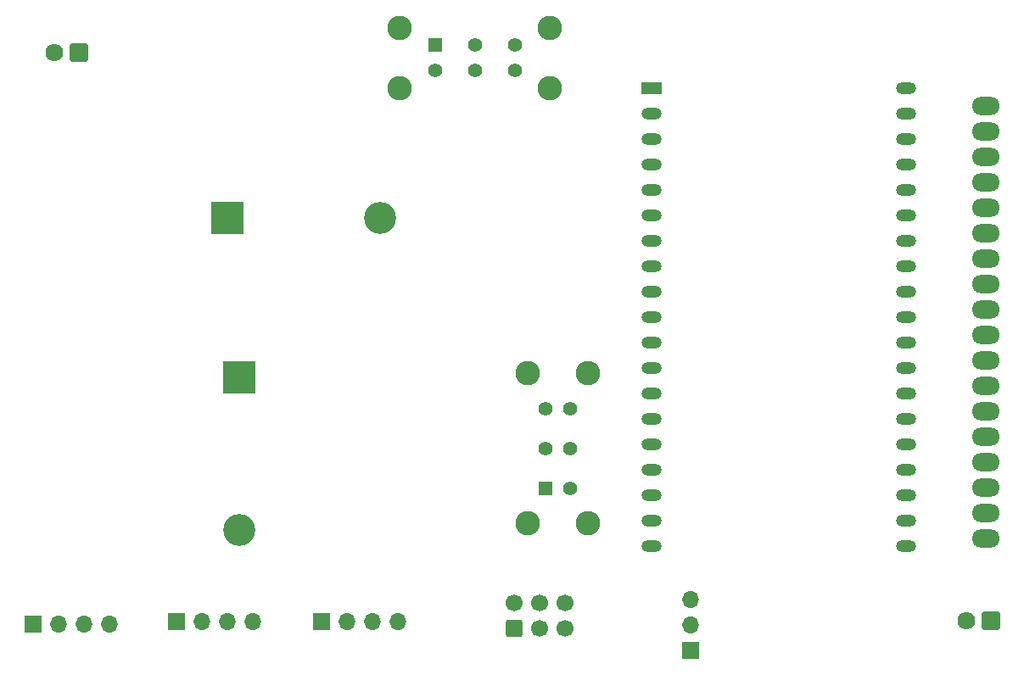
<source format=gbr>
%TF.GenerationSoftware,KiCad,Pcbnew,8.0.8*%
%TF.CreationDate,2025-02-10T18:39:17-05:00*%
%TF.ProjectId,draft,64726166-742e-46b6-9963-61645f706362,rev?*%
%TF.SameCoordinates,Original*%
%TF.FileFunction,Soldermask,Bot*%
%TF.FilePolarity,Negative*%
%FSLAX46Y46*%
G04 Gerber Fmt 4.6, Leading zero omitted, Abs format (unit mm)*
G04 Created by KiCad (PCBNEW 8.0.8) date 2025-02-10 18:39:17*
%MOMM*%
%LPD*%
G01*
G04 APERTURE LIST*
G04 Aperture macros list*
%AMRoundRect*
0 Rectangle with rounded corners*
0 $1 Rounding radius*
0 $2 $3 $4 $5 $6 $7 $8 $9 X,Y pos of 4 corners*
0 Add a 4 corners polygon primitive as box body*
4,1,4,$2,$3,$4,$5,$6,$7,$8,$9,$2,$3,0*
0 Add four circle primitives for the rounded corners*
1,1,$1+$1,$2,$3*
1,1,$1+$1,$4,$5*
1,1,$1+$1,$6,$7*
1,1,$1+$1,$8,$9*
0 Add four rect primitives between the rounded corners*
20,1,$1+$1,$2,$3,$4,$5,0*
20,1,$1+$1,$4,$5,$6,$7,0*
20,1,$1+$1,$6,$7,$8,$9,0*
20,1,$1+$1,$8,$9,$2,$3,0*%
G04 Aperture macros list end*
%ADD10R,1.700000X1.700000*%
%ADD11O,1.700000X1.700000*%
%ADD12O,2.800000X1.800000*%
%ADD13RoundRect,0.102000X-0.604000X-0.604000X0.604000X-0.604000X0.604000X0.604000X-0.604000X0.604000X0*%
%ADD14C,1.412000*%
%ADD15C,2.454000*%
%ADD16RoundRect,0.250000X0.600000X-0.600000X0.600000X0.600000X-0.600000X0.600000X-0.600000X-0.600000X0*%
%ADD17C,1.700000*%
%ADD18RoundRect,0.102000X-0.787500X-0.787500X0.787500X-0.787500X0.787500X0.787500X-0.787500X0.787500X0*%
%ADD19C,1.779000*%
%ADD20R,3.200000X3.200000*%
%ADD21O,3.200000X3.200000*%
%ADD22RoundRect,0.102000X0.604000X-0.604000X0.604000X0.604000X-0.604000X0.604000X-0.604000X-0.604000X0*%
%ADD23R,2.000000X1.200000*%
%ADD24O,2.000000X1.200000*%
G04 APERTURE END LIST*
D10*
%TO.C,J4*%
X124700000Y-111250700D03*
D11*
X127240000Y-111250700D03*
X129780000Y-111250700D03*
X132320000Y-111250700D03*
%TD*%
D12*
%TO.C,U4*%
X205500000Y-102980000D03*
X205500000Y-100440000D03*
X205500000Y-97900000D03*
X205500000Y-95360000D03*
X205500000Y-92820000D03*
X205500000Y-90280000D03*
X205500000Y-87740000D03*
X205500000Y-85200000D03*
X205500000Y-82660000D03*
X205500000Y-80120000D03*
X205500000Y-77580000D03*
X205500000Y-75040000D03*
X205500000Y-72500000D03*
X205500000Y-69960000D03*
X205500000Y-67420000D03*
X205500000Y-64880000D03*
X205500000Y-62340000D03*
X205500000Y-59800000D03*
%TD*%
D13*
%TO.C,S3*%
X150500000Y-53750000D03*
D14*
X154500000Y-53750000D03*
X158500000Y-53750000D03*
X150500000Y-56250000D03*
X154500000Y-56250000D03*
X158500000Y-56250000D03*
D15*
X147000000Y-52000000D03*
X162000000Y-52000000D03*
X162000000Y-58000000D03*
X147000000Y-58000000D03*
%TD*%
D16*
%TO.C,J7*%
X158420000Y-112000000D03*
D17*
X158420000Y-109460000D03*
X160960000Y-112000000D03*
X160960000Y-109460000D03*
X163500000Y-112000000D03*
X163500000Y-109460000D03*
%TD*%
D18*
%TO.C,J1*%
X115000000Y-54500000D03*
D19*
X112500000Y-54500000D03*
%TD*%
D10*
%TO.C,J3*%
X110380000Y-111500000D03*
D11*
X112920000Y-111500000D03*
X115460000Y-111500000D03*
X118000000Y-111500000D03*
%TD*%
D10*
%TO.C,J5*%
X139200000Y-111250700D03*
D11*
X141740000Y-111250700D03*
X144280000Y-111250700D03*
X146820000Y-111250700D03*
%TD*%
D18*
%TO.C,J8*%
X206000000Y-111160000D03*
D19*
X203500000Y-111160000D03*
%TD*%
D20*
%TO.C,D1*%
X129760000Y-71000000D03*
D21*
X145000000Y-71000000D03*
%TD*%
D22*
%TO.C,S2*%
X161500000Y-98000000D03*
D14*
X161500000Y-94000000D03*
X161500000Y-90000000D03*
X164000000Y-98000000D03*
X164000000Y-94000000D03*
X164000000Y-90000000D03*
D15*
X159750000Y-101500000D03*
X159750000Y-86500000D03*
X165750000Y-86500000D03*
X165750000Y-101500000D03*
%TD*%
D23*
%TO.C,U1*%
X172100000Y-58060000D03*
D24*
X172100000Y-60600000D03*
X172100000Y-63140000D03*
X172100000Y-65680000D03*
X172100000Y-68220000D03*
X172100000Y-70760000D03*
X172100000Y-73300000D03*
X172100000Y-75840000D03*
X172100000Y-78380000D03*
X172100000Y-80920000D03*
X172100000Y-83460000D03*
X172100000Y-86000000D03*
X172100000Y-88540000D03*
X172100000Y-91080000D03*
X172100000Y-93620000D03*
X172100000Y-96160000D03*
X172100000Y-98700000D03*
X172100000Y-101240000D03*
X172100000Y-103780000D03*
X197496320Y-103777280D03*
X197496320Y-101237280D03*
X197500000Y-98700000D03*
X197500000Y-96160000D03*
X197500000Y-93620000D03*
X197500000Y-91080000D03*
X197500000Y-88540000D03*
X197500000Y-86000000D03*
X197500000Y-83460000D03*
X197500000Y-80920000D03*
X197500000Y-78380000D03*
X197500000Y-75840000D03*
X197500000Y-73300000D03*
X197500000Y-70760000D03*
X197500000Y-68220000D03*
X197500000Y-65680000D03*
X197500000Y-63140000D03*
X197500000Y-60600000D03*
X197500000Y-58060000D03*
%TD*%
D20*
%TO.C,D2*%
X131000000Y-86880000D03*
D21*
X131000000Y-102120000D03*
%TD*%
D10*
%TO.C,J2*%
X176000000Y-114160000D03*
D11*
X176000000Y-111620000D03*
X176000000Y-109080000D03*
%TD*%
M02*

</source>
